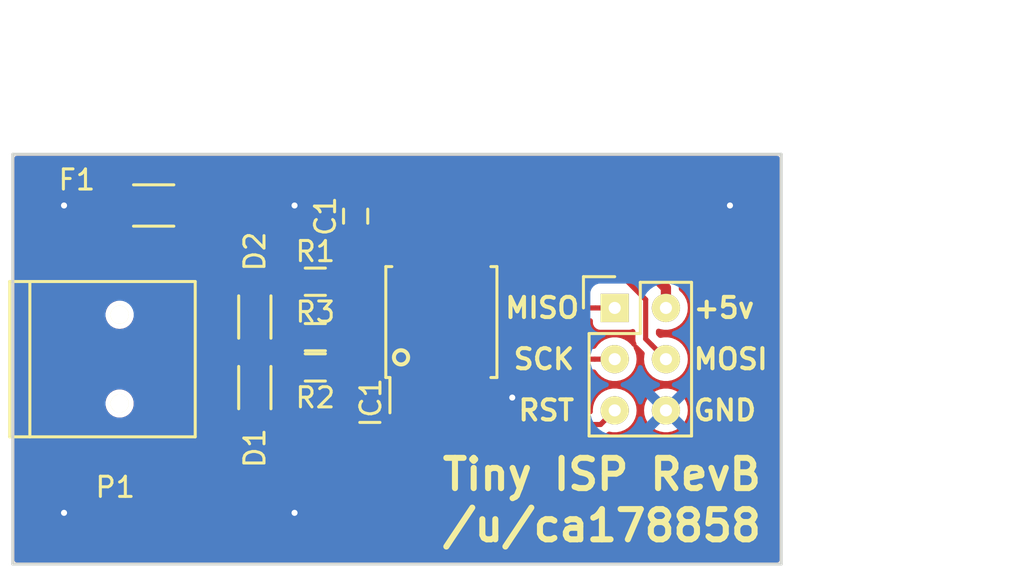
<source format=kicad_pcb>
(kicad_pcb (version 20221018) (generator pcbnew)
  (layers (0 "F.Cu" signal) (31 "B.Cu" signal) (34 "B.Paste" user) (35 "F.Paste" user) (36 "B.SilkS" user "B.Silkscreen") (37 "F.SilkS" user "F.Silkscreen") (38 "B.Mask" user) (39 "F.Mask" user) (44 "Edge.Cuts" user))
  (net 0 "")
  (net 1 "+5V")
  (net 2 "GND")
  (net 3 "D+")
  (net 4 "D-")
  (net 5 "Net-(F1-Pad2)")
  (net 6 "RST")
  (net 7 "Net-(IC1-Pad2)")
  (net 8 "Net-(IC1-Pad3)")
  (net 9 "MOSI")
  (net 10 "MISO")
  (net 11 "SCK")
  (net 12 "Net-(P1-Pad4)")
  (footprint "Capacitors_SMD:C_0603_HandSoldering" (layer "F.Cu") (at 88.755 43.71 90)
    (fp_text reference "C1" (at 0 -1.5 90) (layer "F.SilkS"))
    (fp_text value "0.1µF")
    (fp_line (start -0.35 -0.6) (end 0.35 -0.6) (stroke (width 0.15)) (layer "F.SilkS"))
    (fp_line (start 0.35 0.6) (end -0.35 0.6) (stroke (width 0.15)) (layer "F.SilkS"))
    (pad "1" smd rect (at -0.95 0 90) (size 1.2 0.75) (layers "F.Cu" "F.Paste" "F.Mask") (net 1 "+5V"))
    (pad "2" smd rect (at 0.95 0 90) (size 1.2 0.75) (layers "F.Cu" "F.Paste" "F.Mask") (net 2 "GND"))
  )
  (footprint "Diodes_SMD:SOD-323_HandSoldering" (layer "F.Cu") (at 83.755 52.46 -90)
    (fp_text reference "D1" (at 2.75 0 270) (layer "F.SilkS"))
    (fp_text value "3.6v")
    (fp_line (start -1.3 -0.8) (end 0.8 -0.8) (stroke (width 0.15)) (layer "F.SilkS"))
    (fp_line (start -1.3 0.8) (end 0.8 0.8) (stroke (width 0.15)) (layer "F.SilkS"))
    (pad "1" smd rect (at -1.25 0 270) (size 1 1) (layers "F.Cu" "F.Paste" "F.Mask") (net 3 "D+"))
    (pad "2" smd rect (at 1.25 0 270) (size 1 1) (layers "F.Cu" "F.Paste" "F.Mask") (net 2 "GND"))
  )
  (footprint "Diodes_SMD:SOD-323_HandSoldering" (layer "F.Cu") (at 83.755 48.46 90)
    (fp_text reference "D2" (at 3 0 90) (layer "F.SilkS"))
    (fp_text value "3.6v")
    (fp_line (start -1.3 -0.8) (end 0.8 -0.8) (stroke (width 0.15)) (layer "F.SilkS"))
    (fp_line (start -1.3 0.8) (end 0.8 0.8) (stroke (width 0.15)) (layer "F.SilkS"))
    (pad "1" smd rect (at -1.25 0 90) (size 1 1) (layers "F.Cu" "F.Paste" "F.Mask") (net 4 "D-"))
    (pad "2" smd rect (at 1.25 0 90) (size 1 1) (layers "F.Cu" "F.Paste" "F.Mask") (net 2 "GND"))
  )
  (footprint "Capacitors_SMD:C_1206_HandSoldering" (layer "F.Cu") (at 78.74 43.18 180)
    (fp_text reference "F1" (at 3.81 1.27 180) (layer "F.SilkS"))
    (fp_text value "F_Small" hide)
    (fp_line (start -1 1.025) (end 1 1.025) (stroke (width 0.15)) (layer "F.SilkS"))
    (fp_line (start 1 -1.025) (end -1 -1.025) (stroke (width 0.15)) (layer "F.SilkS"))
    (pad "1" smd rect (at -2 0 180) (size 2 1.6) (layers "F.Cu" "F.Paste" "F.Mask") (net 1 "+5V"))
    (pad "2" smd rect (at 2 0 180) (size 2 1.6) (layers "F.Cu" "F.Paste" "F.Mask") (net 5 "Net-(F1-Pad2)"))
  )
  (footprint "Housings_SOIC:SOIJ-8_5.3x5.3mm_Pitch1.27mm" (layer "F.Cu") (at 93.005 48.96 90)
    (fp_text reference "IC1" (at -4 -3.5 90) (layer "F.SilkS"))
    (fp_text value "ATTINY45-S")
    (fp_line (start -2.75 -2.755) (end -2.75 -2.55) (stroke (width 0.15)) (layer "F.SilkS"))
    (fp_line (start -2.75 -2.755) (end 2.75 -2.755) (stroke (width 0.15)) (layer "F.SilkS"))
    (fp_line (start -2.75 -2.55) (end -4.5 -2.55) (stroke (width 0.15)) (layer "F.SilkS"))
    (fp_line (start -2.75 2.755) (end -2.75 2.455) (stroke (width 0.15)) (layer "F.SilkS"))
    (fp_line (start -2.75 2.755) (end 2.75 2.755) (stroke (width 0.15)) (layer "F.SilkS"))
    (fp_line (start 2.75 -2.755) (end 2.75 -2.455) (stroke (width 0.15)) (layer "F.SilkS"))
    (fp_line (start 2.75 2.755) (end 2.75 2.455) (stroke (width 0.15)) (layer "F.SilkS"))
    (pad "1" smd rect (at -3.65 -1.905 90) (size 1.7 0.65) (layers "F.Cu" "F.Paste" "F.Mask") (net 6 "RST"))
    (pad "2" smd rect (at -3.65 -0.635 90) (size 1.7 0.65) (layers "F.Cu" "F.Paste" "F.Mask") (net 7 "Net-(IC1-Pad2)"))
    (pad "3" smd rect (at -3.65 0.635 90) (size 1.7 0.65) (layers "F.Cu" "F.Paste" "F.Mask") (net 8 "Net-(IC1-Pad3)"))
    (pad "4" smd rect (at -3.65 1.905 90) (size 1.7 0.65) (layers "F.Cu" "F.Paste" "F.Mask") (net 2 "GND"))
    (pad "5" smd rect (at 3.65 1.905 90) (size 1.7 0.65) (layers "F.Cu" "F.Paste" "F.Mask") (net 9 "MOSI"))
    (pad "6" smd rect (at 3.65 0.635 90) (size 1.7 0.65) (layers "F.Cu" "F.Paste" "F.Mask") (net 10 "MISO"))
    (pad "7" smd rect (at 3.65 -0.635 90) (size 1.7 0.65) (layers "F.Cu" "F.Paste" "F.Mask") (net 11 "SCK"))
    (pad "8" smd rect (at 3.65 -1.905 90) (size 1.7 0.65) (layers "F.Cu" "F.Paste" "F.Mask") (net 1 "+5V"))
  )
  (footprint "Connect:USB_Mini-B" (layer "F.Cu") (at 76.2 50.8)
    (fp_text reference "P1" (at 0.635 6.35) (layer "F.SilkS"))
    (fp_text value "USB_OTG" hide)
    (fp_line (start -4.59994 -3.85064) (end -4.59994 3.85064) (stroke (width 0.15)) (layer "F.SilkS"))
    (fp_line (start -4.59994 3.85064) (end 4.59994 3.85064) (stroke (width 0.15)) (layer "F.SilkS"))
    (fp_line (start -3.59918 -3.85064) (end -3.59918 3.85064) (stroke (width 0.15)) (layer "F.SilkS"))
    (fp_line (start 4.59994 -3.85064) (end -4.59994 -3.85064) (stroke (width 0.15)) (layer "F.SilkS"))
    (fp_line (start 4.59994 3.85064) (end 4.59994 -3.85064) (stroke (width 0.15)) (layer "F.SilkS"))
    (pad "" np_thru_hole circle (at 0.8509 -2.19964) (size 0.89916 0.89916) (drill 0.89916) (layers "*.Cu" "*.Mask" "F.SilkS"))
    (pad "" np_thru_hole circle (at 0.8509 2.19964) (size 0.89916 0.89916) (drill 0.89916) (layers "*.Cu" "*.Mask" "F.SilkS"))
    (pad "1" smd rect (at 3.44932 -1.6002) (size 2.30124 0.50038) (layers "F.Cu" "F.Paste" "F.Mask") (net 5 "Net-(F1-Pad2)"))
    (pad "2" smd rect (at 3.44932 -0.8001) (size 2.30124 0.50038) (layers "F.Cu" "F.Paste" "F.Mask") (net 4 "D-"))
    (pad "3" smd rect (at 3.44932 0) (size 2.30124 0.50038) (layers "F.Cu" "F.Paste" "F.Mask") (net 3 "D+"))
    (pad "4" smd rect (at 3.44932 0.8001) (size 2.30124 0.50038) (layers "F.Cu" "F.Paste" "F.Mask") (net 12 "Net-(P1-Pad4)"))
    (pad "5" smd rect (at 3.44932 1.6002) (size 2.30124 0.50038) (layers "F.Cu" "F.Paste" "F.Mask") (net 2 "GND"))
    (pad "6" smd rect (at -2.14884 -4.45008) (size 2.49936 1.99898) (layers "F.Cu" "F.Paste" "F.Mask") (net 2 "GND"))
    (pad "6" smd rect (at -2.14884 4.45008) (size 2.49936 1.99898) (layers "F.Cu" "F.Paste" "F.Mask") (net 2 "GND"))
    (pad "6" smd rect (at 3.35026 -4.45008) (size 2.49936 1.99898) (layers "F.Cu" "F.Paste" "F.Mask") (net 2 "GND"))
    (pad "6" smd rect (at 3.35026 4.45008) (size 2.49936 1.99898) (layers "F.Cu" "F.Paste" "F.Mask") (net 2 "GND"))
  )
  (footprint "Pin_Headers:Pin_Header_Straight_2x03" (layer "F.Cu") (at 101.6 48.26)
    (fp_text reference "P2" hide)
    (fp_text value "CONN_02X03" hide)
    (fp_line (start -1.55 -1.55) (end -1.55 0) (stroke (width 0.15)) (layer "F.SilkS"))
    (fp_line (start -1.55 -1.55) (end 0 -1.55) (stroke (width 0.15)) (layer "F.SilkS"))
    (fp_line (start -1.27 1.27) (end -1.27 6.35) (stroke (width 0.15)) (layer "F.SilkS"))
    (fp_line (start -1.27 6.35) (end 3.81 6.35) (stroke (width 0.15)) (layer "F.SilkS"))
    (fp_line (start 1.27 -1.27) (end 1.27 1.27) (stroke (width 0.15)) (layer "F.SilkS"))
    (fp_line (start 1.27 1.27) (end -1.27 1.27) (stroke (width 0.15)) (layer "F.SilkS"))
    (fp_line (start 3.81 -1.27) (end 1.27 -1.27) (stroke (width 0.15)) (layer "F.SilkS"))
    (fp_line (start 3.81 1.27) (end 3.81 -1.27) (stroke (width 0.15)) (layer "F.SilkS"))
    (fp_line (start 3.81 6.35) (end 3.81 1.27) (stroke (width 0.15)) (layer "F.SilkS"))
    (pad "1" thru_hole rect (at 0 0) (size 1.4 1.4) (drill 0.6) (layers "*.Cu" "*.Mask" "F.SilkS") (net 10 "MISO"))
    (pad "2" thru_hole circle (at 2.54 0) (size 1.4 1.4) (drill 0.6) (layers "*.Cu" "*.Mask" "F.SilkS") (net 1 "+5V"))
    (pad "3" thru_hole circle (at 0 2.54) (size 1.4 1.4) (drill 0.6) (layers "*.Cu" "*.Mask" "F.SilkS") (net 11 "SCK"))
    (pad "4" thru_hole circle (at 2.54 2.54) (size 1.4 1.4) (drill 0.6) (layers "*.Cu" "*.Mask" "F.SilkS") (net 9 "MOSI"))
    (pad "5" thru_hole circle (at 0 5.08) (size 1.4 1.4) (drill 0.6) (layers "*.Cu" "*.Mask" "F.SilkS") (net 6 "RST"))
    (pad "6" thru_hole circle (at 2.54 5.08) (size 1.4 1.4) (drill 0.6) (layers "*.Cu" "*.Mask" "F.SilkS") (net 2 "GND"))
  )
  (footprint "Resistors_SMD:R_0603_HandSoldering" (layer "F.Cu") (at 86.755 46.96 180)
    (fp_text reference "R1" (at 0 1.5 180) (layer "F.SilkS"))
    (fp_text value "1.7kΩ")
    (fp_line (start -0.5 -0.675) (end 0.5 -0.675) (stroke (width 0.15)) (layer "F.SilkS"))
    (fp_line (start 0.5 0.675) (end -0.5 0.675) (stroke (width 0.15)) (layer "F.SilkS"))
    (pad "1" smd rect (at -1.1 0 180) (size 1.2 0.9) (layers "F.Cu" "F.Paste" "F.Mask") (net 1 "+5V"))
    (pad "2" smd rect (at 1.1 0 180) (size 1.2 0.9) (layers "F.Cu" "F.Paste" "F.Mask") (net 4 "D-"))
  )
  (footprint "Resistors_SMD:R_0603_HandSoldering" (layer "F.Cu") (at 86.755 51.21 180)
    (fp_text reference "R2" (at 0 -1.5 180) (layer "F.SilkS"))
    (fp_text value "68Ω")
    (fp_line (start -0.5 -0.675) (end 0.5 -0.675) (stroke (width 0.15)) (layer "F.SilkS"))
    (fp_line (start 0.5 0.675) (end -0.5 0.675) (stroke (width 0.15)) (layer "F.SilkS"))
    (pad "1" smd rect (at -1.1 0 180) (size 1.2 0.9) (layers "F.Cu" "F.Paste" "F.Mask") (net 7 "Net-(IC1-Pad2)"))
    (pad "2" smd rect (at 1.1 0 180) (size 1.2 0.9) (layers "F.Cu" "F.Paste" "F.Mask") (net 3 "D+"))
  )
  (footprint "Resistors_SMD:R_0603_HandSoldering" (layer "F.Cu") (at 86.755 49.71 180)
    (fp_text reference "R3" (at 0 1.25 180) (layer "F.SilkS"))
    (fp_text value "68Ω")
    (fp_line (start -0.5 -0.675) (end 0.5 -0.675) (stroke (width 0.15)) (layer "F.SilkS"))
    (fp_line (start 0.5 0.675) (end -0.5 0.675) (stroke (width 0.15)) (layer "F.SilkS"))
    (pad "1" smd rect (at -1.1 0 180) (size 1.2 0.9) (layers "F.Cu" "F.Paste" "F.Mask") (net 8 "Net-(IC1-Pad3)"))
    (pad "2" smd rect (at 1.1 0 180) (size 1.2 0.9) (layers "F.Cu" "F.Paste" "F.Mask") (net 4 "D-"))
  )
  (footprint "Keyboard:GNDVia-wRing" (layer "F.Cu") (at 74.295 43.18)
    (fp_text reference "REF**" hide)
    (fp_text value "GND Via" hide)
    (pad "GND" thru_hole circle (at 0 0) (size 0.6 0.6) (drill 0.3) (layers "*.Cu") (net 2 "GND"))
  )
  (footprint "Keyboard:GNDVia-wRing" (layer "F.Cu") (at 74.295 58.42)
    (fp_text reference "REF**" hide)
    (fp_text value "GND Via" hide)
    (pad "GND" thru_hole circle (at 0 0) (size 0.6 0.6) (drill 0.3) (layers "*.Cu") (net 2 "GND"))
  )
  (footprint "Keyboard:GNDVia-wRing" (layer "F.Cu") (at 107.315 43.18)
    (fp_text reference "REF**" hide)
    (fp_text value "GND Via" hide)
    (pad "GND" thru_hole circle (at 0 0) (size 0.6 0.6) (drill 0.3) (layers "*.Cu") (net 2 "GND"))
  )
  (footprint "Keyboard:GNDVia-wRing" (layer "F.Cu") (at 85.725 58.42)
    (fp_text reference "REF**" hide)
    (fp_text value "GND Via" hide)
    (pad "GND" thru_hole circle (at 0 0) (size 0.6 0.6) (drill 0.3) (layers "*.Cu") (net 2 "GND"))
  )
  (footprint "Keyboard:GNDVia-wRing" (layer "F.Cu") (at 85.725 43.18)
    (fp_text reference "REF**" hide)
    (fp_text value "GND Via" hide)
    (pad "GND" thru_hole circle (at 0 0) (size 0.6 0.6) (drill 0.3) (layers "*.Cu") (net 2 "GND"))
  )
  (footprint "Keyboard:GNDVia-wRing" (layer "F.Cu") (at 96.52 52.705)
    (fp_text reference "REF**" hide)
    (fp_text value "GND Via" hide)
    (pad "GND" thru_hole circle (at 0 0) (size 0.6 0.6) (drill 0.3) (layers "*.Cu") (net 2 "GND"))
  )
  (gr_circle (center 91.005 50.71) (end 91.255 50.96) (stroke (width 0.2)) (fill none) (layer "F.SilkS"))
  (gr_line (start 109.855 60.96) (end 109.855 40.64) (stroke (width 0.15)) (layer "Edge.Cuts"))
  (gr_line (start 71.755 40.64) (end 71.755 60.96) (stroke (width 0.15)) (layer "Edge.Cuts"))
  (gr_line (start 71.755 60.96) (end 109.855 60.96) (stroke (width 0.15)) (layer "Edge.Cuts"))
  (gr_line (start 109.855 40.64) (end 71.755 40.64) (stroke (width 0.15)) (layer "Edge.Cuts"))
  (gr_text "RST" (at 99.695 53.34) (layer "F.SilkS") (effects (font (size 1 1) (thickness 0.2)) (justify right)))
  (gr_text "/u/ca178858" (at 100.965 59.055) (layer "F.SilkS") (effects (font (size 1.5 1.5) (thickness 0.3))))
  (gr_text "MISO" (at 98.005 48.26 360) (layer "F.SilkS") (effects (font (size 1 1) (thickness 0.2))))
  (gr_text "MOSI" (at 105.41 50.8) (layer "F.SilkS") (effects (font (size 1 1) (thickness 0.2)) (justify left)))
  (gr_text "+5v" (at 105.41 48.26) (layer "F.SilkS") (effects (font (size 1 1) (thickness 0.2)) (justify left)))
  (gr_text "GND" (at 105.41 53.34) (layer "F.SilkS") (effects (font (size 1 1) (thickness 0.2)) (justify left)))
  (gr_text "Tiny ISP RevB" (at 100.965 56.515) (layer "F.SilkS") (effects (font (size 1.5 1.5) (thickness 0.3))))
  (gr_text "SCK" (at 99.695 50.8) (layer "F.SilkS") (effects (font (size 1 1) (thickness 0.2)) (justify right)))
  (segment (start 87.755 44.71) (end 88.705 44.71) (width 0.508) (layer "F.Cu") (net 1))
  (segment (start 104.14 47.270051) (end 104.14 48.26) (width 0.508) (layer "F.Cu") (net 1))
  (segment (start 88.705 44.71) (end 88.755 44.66) (width 0.508) (layer "F.Cu") (net 1))
  (segment (start 82.248 43.18) (end 83.778 44.71) (width 0.508) (layer "F.Cu") (net 1))
  (segment (start 91.1 45.31) (end 91.1 44.785) (width 0.508) (layer "F.Cu") (net 1))
  (segment (start 80.74 43.18) (end 82.248 43.18) (width 0.508) (layer "F.Cu") (net 1))
  (segment (start 87.855 44.81) (end 87.755 44.71) (width 0.508) (layer "F.Cu") (net 1))
  (segment (start 83.778 44.71) (end 87.755 44.71) (width 0.508) (layer "F.Cu") (net 1))
  (segment (start 90.45 44.66) (end 91.1 45.31) (width 0.508) (layer "F.Cu") (net 1))
  (segment (start 100.898148 44.028199) (end 104.14 47.270051) (width 0.508) (layer "F.Cu") (net 1))
  (segment (start 91.856801 44.028199) (end 100.898148 44.028199) (width 0.508) (layer "F.Cu") (net 1))
  (segment (start 87.855 46.96) (end 87.855 44.81) (width 0.508) (layer "F.Cu") (net 1))
  (segment (start 88.755 44.66) (end 90.45 44.66) (width 0.508) (layer "F.Cu") (net 1))
  (segment (start 91.1 44.785) (end 91.856801 44.028199) (width 0.508) (layer "F.Cu") (net 1))
  (segment (start 86.741 46.475358) (end 86.741 48.26) (width 0.254) (layer "F.Cu") (net 2))
  (segment (start 79.64932 52.4002) (end 79.64932 55.15102) (width 0.254) (layer "F.Cu") (net 2))
  (segment (start 79.64932 55.15102) (end 79.55026 55.25008) (width 0.254) (layer "F.Cu") (net 2))
  (segment (start 83.755 47.21) (end 83.755 46.072565) (width 0.254) (layer "F.Cu") (net 2))
  (segment (start 86.741 45.72) (end 86.741 46.475358) (width 0.254) (layer "F.Cu") (net 2))
  (segment (start 83.755 46.072565) (end 84.107565 45.72) (width 0.254) (layer "F.Cu") (net 2))
  (segment (start 84.107565 45.72) (end 86.741 45.72) (width 0.254) (layer "F.Cu") (net 2))
  (segment (start 83.243497 50.582054) (end 83.755 51.093557) (width 0.1778) (layer "F.Cu") (net 3))
  (segment (start 79.773187 50.676133) (end 80.790693 50.676133) (width 0.1778) (layer "F.Cu") (net 3))
  (segment (start 85.629426 51.21) (end 85.655 51.21) (width 0.1778) (layer "F.Cu") (net 3))
  (segment (start 84.200916 50.648208) (end 85.067634 50.648208) (width 0.1778) (layer "F.Cu") (net 3))
  (segment (start 85.067634 50.648208) (end 85.629426 51.21) (width 0.1778) (layer "F.Cu") (net 3))
  (segment (start 80.790693 50.676133) (end 80.884772 50.582054) (width 0.1778) (layer "F.Cu") (net 3))
  (segment (start 79.64932 50.8) (end 79.773187 50.676133) (width 0.1778) (layer "F.Cu") (net 3))
  (segment (start 80.884772 50.582054) (end 83.243497 50.582054) (width 0.1778) (layer "F.Cu") (net 3))
  (segment (start 83.755 51.21) (end 83.755 51.094124) (width 0.1778) (layer "F.Cu") (net 3))
  (segment (start 83.755 51.093557) (end 83.755 51.21) (width 0.1778) (layer "F.Cu") (net 3))
  (segment (start 83.755 51.094124) (end 84.200916 50.648208) (width 0.1778) (layer "F.Cu") (net 3))
  (segment (start 85.655 49.71) (end 85.655 46.96) (width 0.1778) (layer "F.Cu") (net 4))
  (segment (start 83.755 49.71) (end 83.755 49.810763) (width 0.1778) (layer "F.Cu") (net 4))
  (segment (start 80.665096 49.9999) (end 80.87262 50.207424) (width 0.1778) (layer "F.Cu") (net 4))
  (segment (start 85.631045 49.71) (end 85.655 49.71) (width 0.1778) (layer "F.Cu") (net 4))
  (segment (start 79.64932 49.9999) (end 80.665096 49.9999) (width 0.1778) (layer "F.Cu") (net 4))
  (segment (start 83.367343 50.207424) (end 83.755 49.819767) (width 0.1778) (layer "F.Cu") (net 4))
  (segment (start 83.755 49.810763) (end 84.23438 50.290143) (width 0.1778) (layer "F.Cu") (net 4))
  (segment (start 85.050902 50.290143) (end 85.631045 49.71) (width 0.1778) (layer "F.Cu") (net 4))
  (segment (start 83.755 49.819767) (end 83.755 49.71) (width 0.1778) (layer "F.Cu") (net 4))
  (segment (start 80.87262 50.207424) (end 83.367343 50.207424) (width 0.1778) (layer "F.Cu") (net 4))
  (segment (start 84.23438 50.290143) (end 85.050902 50.290143) (width 0.1778) (layer "F.Cu") (net 4))
  (segment (start 76.74 46.606032) (end 76.74 44.488) (width 0.508) (layer "F.Cu") (net 5))
  (segment (start 79.64932 49.1998) (end 79.333768 49.1998) (width 0.508) (layer "F.Cu") (net 5))
  (segment (start 76.74 44.488) (end 76.74 43.18) (width 0.508) (layer "F.Cu") (net 5))
  (segment (start 79.333768 49.1998) (end 76.74 46.606032) (width 0.508) (layer "F.Cu") (net 5))
  (segment (start 91.1 53.135) (end 92.004999 54.039999) (width 0.254) (layer "F.Cu") (net 6))
  (segment (start 92.004999 54.039999) (end 100.900001 54.039999) (width 0.254) (layer "F.Cu") (net 6))
  (segment (start 91.1 52.61) (end 91.1 53.135) (width 0.254) (layer "F.Cu") (net 6))
  (segment (start 100.900001 54.039999) (end 101.6 53.34) (width 0.254) (layer "F.Cu") (net 6))
  (segment (start 87.89202 51.21) (end 88.459975 50.642045) (width 0.1778) (layer "F.Cu") (net 7))
  (segment (start 91.563523 50.642045) (end 92.37 51.448522) (width 0.1778) (layer "F.Cu") (net 7))
  (segment (start 88.459975 50.642045) (end 91.563523 50.642045) (width 0.1778) (layer "F.Cu") (net 7))
  (segment (start 92.37 51.448522) (end 92.37 52.61) (width 0.1778) (layer "F.Cu") (net 7))
  (segment (start 87.855 51.21) (end 87.89202 51.21) (width 0.1778) (layer "F.Cu") (net 7))
  (segment (start 91.727481 50.28602) (end 93.64 52.198539) (width 0.1778) (layer "F.Cu") (net 8))
  (segment (start 88.492767 50.28602) (end 91.727481 50.28602) (width 0.1778) (layer "F.Cu") (net 8))
  (segment (start 87.916747 49.71) (end 88.492767 50.28602) (width 0.1778) (layer "F.Cu") (net 8))
  (segment (start 87.855 49.71) (end 87.916747 49.71) (width 0.1778) (layer "F.Cu") (net 8))
  (segment (start 93.64 52.198539) (end 93.64 52.61) (width 0.1778) (layer "F.Cu") (net 8))
  (segment (start 103.135199 49.795199) (end 103.440001 50.100001) (width 0.254) (layer "F.Cu") (net 9))
  (segment (start 100.598642 45.31) (end 103.135199 47.846557) (width 0.254) (layer "F.Cu") (net 9))
  (segment (start 94.91 45.31) (end 100.598642 45.31) (width 0.254) (layer "F.Cu") (net 9))
  (segment (start 103.440001 50.100001) (end 104.14 50.8) (width 0.254) (layer "F.Cu") (net 9))
  (segment (start 103.135199 47.846557) (end 103.135199 49.795199) (width 0.254) (layer "F.Cu") (net 9))
  (segment (start 93.64 45.31) (end 93.64 45.835) (width 0.254) (layer "F.Cu") (net 10))
  (segment (start 100.646 48.26) (end 101.6 48.26) (width 0.254) (layer "F.Cu") (net 10))
  (segment (start 96.065 48.26) (end 100.646 48.26) (width 0.254) (layer "F.Cu") (net 10))
  (segment (start 93.64 45.835) (end 96.065 48.26) (width 0.254) (layer "F.Cu") (net 10))
  (segment (start 92.37 45.31) (end 92.37 45.835) (width 0.254) (layer "F.Cu") (net 11))
  (segment (start 100.610051 50.8) (end 101.6 50.8) (width 0.254) (layer "F.Cu") (net 11))
  (segment (start 92.37 45.835) (end 97.335 50.8) (width 0.254) (layer "F.Cu") (net 11))
  (segment (start 97.335 50.8) (end 100.610051 50.8) (width 0.254) (layer "F.Cu") (net 11))
  (zone (net 2) (net_name "GND") (layer "F.Cu") (connect_pads (clearance 0.381)) (min_thickness 0.254) (fill yes (thermal_gap 0.381) (thermal_bridge_width 0.381))
    (polygon (pts (xy 71.12 40.64) (xy 111.125 40.64) (xy 111.125 60.96) (xy 71.12 60.96)))
  )
  (zone (net 2) (net_name "GND") (layer "B.Cu") (connect_pads (clearance 0.508)) (min_thickness 0.254) (fill yes (thermal_gap 0.508) (thermal_bridge_width 0.508))
    (polygon (pts (xy 71.12 40.64) (xy 111.125 40.64) (xy 111.125 60.96) (xy 71.12 60.96)))
  )
)
</source>
